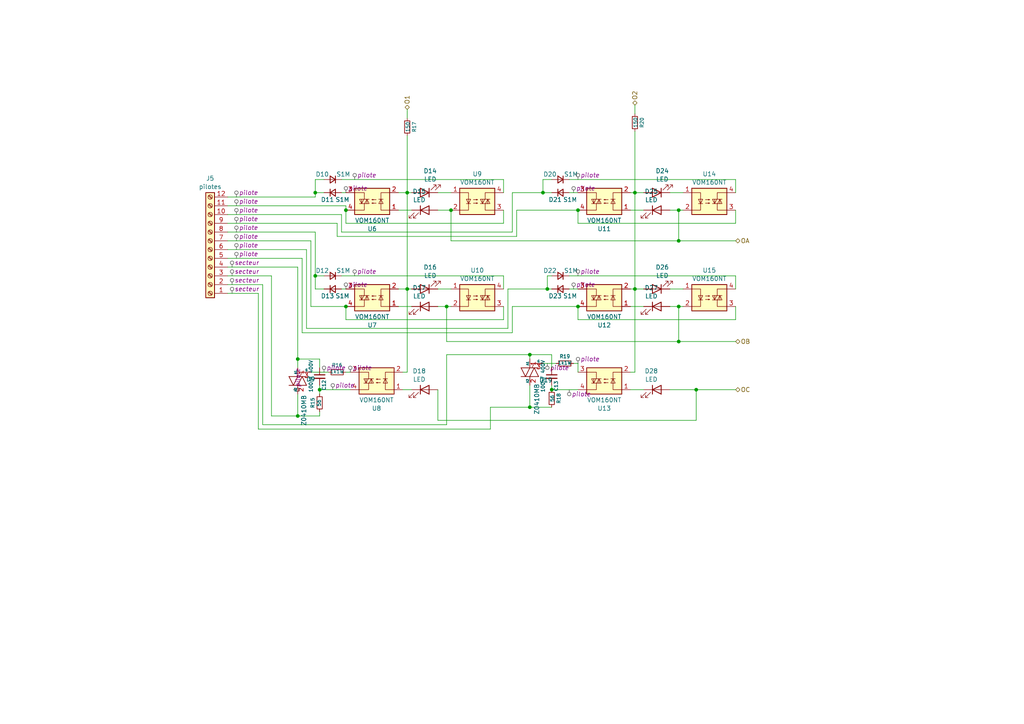
<source format=kicad_sch>
(kicad_sch (version 20231120) (generator "eeschema") (generator_version "8.0")
  (paper "A4")
  (lib_symbols
    (symbol "Connector:Screw_Terminal_01x12" (pin_names (offset 1.016) hide)
      (property "Reference" "J" (at 0 15.24 0))
      (property "Value" "Screw_Terminal_01x12" (at 0 -17.78 0))
      (symbol "Screw_Terminal_01x12_1_1"
        (rectangle (start -1.27 13.97) (end 1.27 -16.51) (stroke (width 0.254)) (fill (type background)))
        (circle (center 0 -15.24) (radius 0.635) (stroke (width 0.1524)))
        (circle (center 0 -12.7) (radius 0.635) (stroke (width 0.1524)))
        (circle (center 0 -10.16) (radius 0.635) (stroke (width 0.1524)))
        (circle (center 0 -7.62) (radius 0.635) (stroke (width 0.1524)))
        (circle (center 0 -5.08) (radius 0.635) (stroke (width 0.1524)))
        (circle (center 0 -2.54) (radius 0.635) (stroke (width 0.1524)))
        (polyline (pts (xy -0.5334 -14.9098) (xy 0.3302 -15.748)) (stroke (width 0.1524)))
        (polyline (pts (xy -0.5334 -12.3698) (xy 0.3302 -13.208)) (stroke (width 0.1524)))
        (polyline (pts (xy -0.5334 -9.8298) (xy 0.3302 -10.668)) (stroke (width 0.1524)))
        (polyline (pts (xy -0.5334 -7.2898) (xy 0.3302 -8.128)) (stroke (width 0.1524)))
        (polyline (pts (xy -0.5334 -4.7498) (xy 0.3302 -5.588)) (stroke (width 0.1524)))
        (polyline (pts (xy -0.5334 -2.2098) (xy 0.3302 -3.048)) (stroke (width 0.1524)))
        (polyline (pts (xy -0.5334 0.3302) (xy 0.3302 -0.508)) (stroke (width 0.1524)))
        (polyline (pts (xy -0.5334 2.8702) (xy 0.3302 2.032)) (stroke (width 0.1524)))
        (polyline (pts (xy -0.5334 5.4102) (xy 0.3302 4.572)) (stroke (width 0.1524)))
        (polyline (pts (xy -0.5334 7.9502) (xy 0.3302 7.112)) (stroke (width 0.1524)))
        (polyline (pts (xy -0.5334 10.4902) (xy 0.3302 9.652)) (stroke (width 0.1524)))
        (polyline (pts (xy -0.5334 13.0302) (xy 0.3302 12.192)) (stroke (width 0.1524)))
        (polyline (pts (xy -0.3556 -14.732) (xy 0.508 -15.5702)) (stroke (width 0.1524)))
        (polyline (pts (xy -0.3556 -12.192) (xy 0.508 -13.0302)) (stroke (width 0.1524)))
        (polyline (pts (xy -0.3556 -9.652) (xy 0.508 -10.4902)) (stroke (width 0.1524)))
        (polyline (pts (xy -0.3556 -7.112) (xy 0.508 -7.9502)) (stroke (width 0.1524)))
        (polyline (pts (xy -0.3556 -4.572) (xy 0.508 -5.4102)) (stroke (width 0.1524)))
        (polyline (pts (xy -0.3556 -2.032) (xy 0.508 -2.8702)) (stroke (width 0.1524)))
        (polyline (pts (xy -0.3556 0.508) (xy 0.508 -0.3302)) (stroke (width 0.1524)))
        (polyline (pts (xy -0.3556 3.048) (xy 0.508 2.2098)) (stroke (width 0.1524)))
        (polyline (pts (xy -0.3556 5.588) (xy 0.508 4.7498)) (stroke (width 0.1524)))
        (polyline (pts (xy -0.3556 8.128) (xy 0.508 7.2898)) (stroke (width 0.1524)))
        (polyline (pts (xy -0.3556 10.668) (xy 0.508 9.8298)) (stroke (width 0.1524)))
        (polyline (pts (xy -0.3556 13.208) (xy 0.508 12.3698)) (stroke (width 0.1524)))
        (circle (center 0 0) (radius 0.635) (stroke (width 0.1524)))
        (circle (center 0 2.54) (radius 0.635) (stroke (width 0.1524)))
        (circle (center 0 5.08) (radius 0.635) (stroke (width 0.1524)))
        (circle (center 0 7.62) (radius 0.635) (stroke (width 0.1524)))
        (circle (center 0 10.16) (radius 0.635) (stroke (width 0.1524)))
        (circle (center 0 12.7) (radius 0.635) (stroke (width 0.1524)))
        (pin passive line (at -5.08 12.7 0) (length 3.81) (name "Pin_1") (number "1"))
        (pin passive line (at -5.08 -10.16 0) (length 3.81) (name "Pin_10") (number "10"))
        (pin passive line (at -5.08 -12.7 0) (length 3.81) (name "Pin_11") (number "11"))
        (pin passive line (at -5.08 -15.24 0) (length 3.81) (name "Pin_12") (number "12"))
        (pin passive line (at -5.08 10.16 0) (length 3.81) (name "Pin_2") (number "2"))
        (pin passive line (at -5.08 7.62 0) (length 3.81) (name "Pin_3") (number "3"))
        (pin passive line (at -5.08 5.08 0) (length 3.81) (name "Pin_4") (number "4"))
        (pin passive line (at -5.08 2.54 0) (length 3.81) (name "Pin_5") (number "5"))
        (pin passive line (at -5.08 0 0) (length 3.81) (name "Pin_6") (number "6"))
        (pin passive line (at -5.08 -2.54 0) (length 3.81) (name "Pin_7") (number "7"))
        (pin passive line (at -5.08 -5.08 0) (length 3.81) (name "Pin_8") (number "8"))
        (pin passive line (at -5.08 -7.62 0) (length 3.81) (name "Pin_9") (number "9"))
      )
    )
    (symbol "Device:C_Small" (pin_numbers hide) (pin_names (offset 0.254) hide)
      (property "Reference" "C" (at 0.254 1.778 0))
      (property "Value" "C_Small" (at 0.254 -2.032 0))
      (symbol "C_Small_0_1"
        (polyline (pts (xy -1.524 -0.508) (xy 1.524 -0.508)) (stroke (width 0.3302)))
        (polyline (pts (xy -1.524 0.508) (xy 1.524 0.508)) (stroke (width 0.3048)))
      )
      (symbol "C_Small_1_1"
        (pin passive line (at 0 2.54 270) (length 2.032) (name "~") (number "1"))
        (pin passive line (at 0 -2.54 90) (length 2.032) (name "~") (number "2"))
      )
    )
    (symbol "Device:D_Small" (pin_numbers hide) (pin_names (offset 0.254) hide)
      (property "Reference" "D" (at -1.27 2.032 0))
      (property "Value" "D_Small" (at -3.81 -2.032 0))
      (symbol "D_Small_0_1"
        (polyline (pts (xy -0.762 -1.016) (xy -0.762 1.016)) (stroke (width 0.254)))
        (polyline (pts (xy -0.762 0) (xy 0.762 0)))
        (polyline (pts (xy 0.762 -1.016) (xy -0.762 0) (xy 0.762 1.016) (xy 0.762 -1.016)) (stroke (width 0.254)))
      )
      (symbol "D_Small_1_1"
        (pin passive line (at -2.54 0 0) (length 1.778) (name "K") (number "1"))
        (pin passive line (at 2.54 0 180) (length 1.778) (name "A") (number "2"))
      )
    )
    (symbol "Device:LED" (pin_numbers hide) (pin_names (offset 1.016) hide)
      (property "Reference" "D" (at 0 2.54 0))
      (property "Value" "LED" (at 0 -2.54 0))
      (symbol "LED_0_1"
        (polyline (pts (xy -1.27 -1.27) (xy -1.27 1.27)) (stroke (width 0.254)))
        (polyline (pts (xy -1.27 0) (xy 1.27 0)))
        (polyline (pts (xy 1.27 -1.27) (xy 1.27 1.27) (xy -1.27 0) (xy 1.27 -1.27)) (stroke (width 0.254)))
        (polyline (pts (xy -3.048 -0.762) (xy -4.572 -2.286) (xy -3.81 -2.286) (xy -4.572 -2.286) (xy -4.572 -1.524)))
        (polyline (pts (xy -1.778 -0.762) (xy -3.302 -2.286) (xy -2.54 -2.286) (xy -3.302 -2.286) (xy -3.302 -1.524)))
      )
      (symbol "LED_1_1"
        (pin passive line (at -3.81 0 0) (length 2.54) (name "K") (number "1"))
        (pin passive line (at 3.81 0 180) (length 2.54) (name "A") (number "2"))
      )
    )
    (symbol "Device:Q_TRIAC_A1A2G" (pin_names (offset 0))
      (property "Reference" "D" (at 3.175 0.635 0))
      (property "Value" "Q_TRIAC_A1A2G" (at 3.175 -1.27 0))
      (symbol "Q_TRIAC_A1A2G_0_1"
        (polyline (pts (xy -2.54 -1.27) (xy 2.54 -1.27)) (stroke (width 0.2032)))
        (polyline (pts (xy -2.54 1.27) (xy 2.54 1.27)) (stroke (width 0.2032)))
        (polyline (pts (xy -1.27 -2.54) (xy -0.635 -1.27)))
        (polyline (pts (xy -2.54 1.27) (xy -1.27 -1.27) (xy 0 1.27)) (stroke (width 0.2032)))
        (polyline (pts (xy 0 -1.27) (xy 1.27 1.27) (xy 2.54 -1.27)) (stroke (width 0.2032)))
      )
      (symbol "Q_TRIAC_A1A2G_1_1"
        (pin passive line (at 0 -3.81 90) (length 2.54) (name "A1") (number "1"))
        (pin passive line (at 0 3.81 270) (length 2.54) (name "A2") (number "2"))
        (pin input line (at -3.81 -2.54 0) (length 2.54) (name "G") (number "3"))
      )
    )
    (symbol "Device:R_Small" (pin_numbers hide) (pin_names (offset 0.254) hide)
      (property "Reference" "R" (at 0.762 0.508 0))
      (property "Value" "R_Small" (at 0.762 -1.016 0))
      (symbol "R_Small_0_1"
        (rectangle (start -0.762 1.778) (end 0.762 -1.778) (stroke (width 0.2032)))
      )
      (symbol "R_Small_1_1"
        (pin passive line (at 0 2.54 270) (length 0.762) (name "~") (number "1"))
        (pin passive line (at 0 -2.54 90) (length 0.762) (name "~") (number "2"))
      )
    )
    (symbol "Relay_SolidState:FODM3011"
      (property "Reference" "U" (at -5.08 5.08 0))
      (property "Value" "FODM3011" (at 0 5.08 0))
      (symbol "FODM3011_0_1"
        (rectangle (start -5.08 3.81) (end 5.08 -3.81) (stroke (width 0.254)) (fill (type background)))
        (polyline (pts (xy -3.175 -0.635) (xy -1.905 -0.635)))
        (polyline (pts (xy 1.524 -0.635) (xy 1.524 0.635)))
        (polyline (pts (xy 3.048 0.635) (xy 3.048 -0.635)))
        (polyline (pts (xy 2.286 -0.635) (xy 2.286 -2.54) (xy 5.08 -2.54)))
        (polyline (pts (xy 2.286 0.635) (xy 2.286 2.54) (xy 5.08 2.54)))
        (polyline (pts (xy -5.08 2.54) (xy -2.54 2.54) (xy -2.54 -2.54) (xy -5.08 -2.54)))
        (polyline (pts (xy -2.54 -0.635) (xy -3.175 0.635) (xy -1.905 0.635) (xy -2.54 -0.635)))
        (polyline (pts (xy 0.889 -0.635) (xy 3.683 -0.635) (xy 3.048 0.635) (xy 2.413 -0.635)))
        (polyline (pts (xy 3.683 0.635) (xy 0.889 0.635) (xy 1.524 -0.635) (xy 2.159 0.635)))
        (polyline (pts (xy -1.143 -0.508) (xy 0.127 -0.508) (xy -0.254 -0.635) (xy -0.254 -0.381) (xy 0.127 -0.508)))
        (polyline (pts (xy -1.143 0.508) (xy 0.127 0.508) (xy -0.254 0.381) (xy -0.254 0.635) (xy 0.127 0.508)))
      )
      (symbol "FODM3011_1_1"
        (pin passive line (at -7.62 2.54 0) (length 2.54) (name "~") (number "1"))
        (pin passive line (at -7.62 -2.54 0) (length 2.54) (name "~") (number "2"))
        (pin passive line (at 7.62 -2.54 180) (length 2.54) (name "~") (number "3"))
        (pin passive line (at 7.62 2.54 180) (length 2.54) (name "~") (number "4"))
      )
    )
  )
  (junction (at 167.64 60.96))
  (junction (at 100.33 60.96))
  (junction (at 196.85 60.96))
  (junction (at 158.75 83.82))
  (junction (at 86.36 120.65))
  (junction (at 196.85 69.85))
  (junction (at 196.85 88.9))
  (junction (at 184.15 55.88))
  (junction (at 92.71 113.03))
  (junction (at 196.85 99.06))
  (junction (at 160.02 113.03))
  (junction (at 118.11 55.88))
  (junction (at 153.67 102.87))
  (junction (at 157.48 55.88))
  (junction (at 86.36 104.14))
  (junction (at 201.93 113.03))
  (junction (at 118.11 83.82))
  (junction (at 130.81 60.96))
  (junction (at 100.33 88.9))
  (junction (at 91.44 80.01))
  (junction (at 167.64 88.9))
  (junction (at 129.54 88.9))
  (junction (at 153.67 118.11))
  (junction (at 91.44 55.88))
  (junction (at 184.15 83.82))
  (wire (pts (xy 127 55.88) (xy 130.81 55.88)))
  (wire (pts (xy 86.36 77.47) (xy 86.36 104.14)))
  (wire (pts (xy 160.02 111.76) (xy 160.02 113.03)))
  (wire (pts (xy 167.64 107.95) (xy 167.64 105.41)))
  (wire (pts (xy 129.54 88.9) (xy 130.81 88.9)))
  (wire (pts (xy 160.02 52.07) (xy 157.48 52.07)))
  (wire (pts (xy 148.59 88.9) (xy 167.64 88.9)))
  (wire (pts (xy 100.33 92.71) (xy 100.33 88.9)))
  (wire (pts (xy 184.15 107.95) (xy 182.88 107.95)))
  (wire (pts (xy 91.44 52.07) (xy 93.98 52.07)))
  (wire (pts (xy 165.1 80.01) (xy 213.36 80.01)))
  (wire (pts (xy 165.1 55.88) (xy 167.64 55.88)))
  (wire (pts (xy 90.17 88.9) (xy 100.33 88.9)))
  (wire (pts (xy 194.31 55.88) (xy 198.12 55.88)))
  (wire (pts (xy 182.88 60.96) (xy 186.69 60.96)))
  (wire (pts (xy 213.36 64.77) (xy 167.64 64.77)))
  (wire (pts (xy 66.04 64.77) (xy 97.79 64.77)))
  (wire (pts (xy 146.05 55.88) (xy 146.05 52.07)))
  (wire (pts (xy 201.93 113.03) (xy 213.36 113.03)))
  (wire (pts (xy 74.93 85.09) (xy 74.93 124.46)))
  (wire (pts (xy 158.75 83.82) (xy 160.02 83.82)))
  (wire (pts (xy 165.1 52.07) (xy 213.36 52.07)))
  (wire (pts (xy 118.11 107.95) (xy 116.84 107.95)))
  (wire (pts (xy 76.2 82.55) (xy 66.04 82.55)))
  (wire (pts (xy 165.1 83.82) (xy 167.64 83.82)))
  (wire (pts (xy 194.31 88.9) (xy 196.85 88.9)))
  (wire (pts (xy 184.15 38.1) (xy 184.15 55.88)))
  (wire (pts (xy 91.44 80.01) (xy 91.44 83.82)))
  (wire (pts (xy 201.93 121.92) (xy 201.93 113.03)))
  (wire (pts (xy 76.2 123.19) (xy 76.2 82.55)))
  (wire (pts (xy 153.67 104.14) (xy 153.67 102.87)))
  (wire (pts (xy 118.11 31.75) (xy 118.11 34.29)))
  (wire (pts (xy 184.15 55.88) (xy 184.15 83.82)))
  (wire (pts (xy 167.64 64.77) (xy 167.64 60.96)))
  (wire (pts (xy 148.59 67.31) (xy 99.06 67.31)))
  (wire (pts (xy 160.02 118.11) (xy 153.67 118.11)))
  (wire (pts (xy 213.36 69.85) (xy 196.85 69.85)))
  (wire (pts (xy 66.04 59.69) (xy 100.33 59.69)))
  (wire (pts (xy 182.88 55.88) (xy 184.15 55.88)))
  (wire (pts (xy 146.05 80.01) (xy 99.06 80.01)))
  (wire (pts (xy 66.04 72.39) (xy 88.9 72.39)))
  (wire (pts (xy 213.36 80.01) (xy 213.36 83.82)))
  (wire (pts (xy 91.44 55.88) (xy 91.44 57.15)))
  (wire (pts (xy 184.15 83.82) (xy 186.69 83.82)))
  (wire (pts (xy 100.33 59.69) (xy 100.33 60.96)))
  (wire (pts (xy 91.44 80.01) (xy 93.98 80.01)))
  (wire (pts (xy 66.04 85.09) (xy 74.93 85.09)))
  (wire (pts (xy 194.31 60.96) (xy 196.85 60.96)))
  (wire (pts (xy 90.17 107.95) (xy 95.25 107.95)))
  (wire (pts (xy 86.36 120.65) (xy 92.71 120.65)))
  (wire (pts (xy 160.02 55.88) (xy 157.48 55.88)))
  (wire (pts (xy 160.02 113.03) (xy 167.64 113.03)))
  (wire (pts (xy 157.48 52.07) (xy 157.48 55.88)))
  (wire (pts (xy 118.11 83.82) (xy 118.11 107.95)))
  (wire (pts (xy 213.36 60.96) (xy 213.36 64.77)))
  (wire (pts (xy 91.44 52.07) (xy 91.44 55.88)))
  (wire (pts (xy 147.32 83.82) (xy 158.75 83.82)))
  (wire (pts (xy 146.05 88.9) (xy 146.05 92.71)))
  (wire (pts (xy 86.36 104.14) (xy 86.36 106.68)))
  (wire (pts (xy 92.71 111.76) (xy 92.71 113.03)))
  (wire (pts (xy 130.81 60.96) (xy 130.81 69.85)))
  (wire (pts (xy 157.48 105.41) (xy 161.29 105.41)))
  (wire (pts (xy 213.36 55.88) (xy 213.36 52.07)))
  (wire (pts (xy 166.37 105.41) (xy 167.64 105.41)))
  (wire (pts (xy 182.88 113.03) (xy 186.69 113.03)))
  (wire (pts (xy 184.15 30.48) (xy 184.15 33.02)))
  (wire (pts (xy 127 113.03) (xy 127 121.92)))
  (wire (pts (xy 196.85 99.06) (xy 129.54 99.06)))
  (wire (pts (xy 148.59 55.88) (xy 148.59 67.31)))
  (wire (pts (xy 142.24 118.11) (xy 153.67 118.11)))
  (wire (pts (xy 196.85 60.96) (xy 198.12 60.96)))
  (wire (pts (xy 66.04 69.85) (xy 90.17 69.85)))
  (wire (pts (xy 118.11 55.88) (xy 119.38 55.88)))
  (wire (pts (xy 66.04 74.93) (xy 87.63 74.93)))
  (wire (pts (xy 86.36 114.3) (xy 86.36 120.65)))
  (wire (pts (xy 146.05 92.71) (xy 100.33 92.71)))
  (wire (pts (xy 184.15 55.88) (xy 186.69 55.88)))
  (wire (pts (xy 194.31 113.03) (xy 201.93 113.03)))
  (wire (pts (xy 92.71 106.68) (xy 92.71 104.14)))
  (wire (pts (xy 196.85 60.96) (xy 196.85 69.85)))
  (wire (pts (xy 196.85 88.9) (xy 198.12 88.9)))
  (wire (pts (xy 130.81 69.85) (xy 196.85 69.85)))
  (wire (pts (xy 100.33 60.96) (xy 100.33 64.77)))
  (wire (pts (xy 213.36 92.71) (xy 167.64 92.71)))
  (wire (pts (xy 92.71 113.03) (xy 92.71 114.3)))
  (wire (pts (xy 182.88 83.82) (xy 184.15 83.82)))
  (wire (pts (xy 167.64 92.71) (xy 167.64 88.9)))
  (wire (pts (xy 115.57 55.88) (xy 118.11 55.88)))
  (wire (pts (xy 127 88.9) (xy 129.54 88.9)))
  (wire (pts (xy 78.74 80.01) (xy 78.74 120.65)))
  (wire (pts (xy 148.59 88.9) (xy 148.59 96.52)))
  (wire (pts (xy 160.02 102.87) (xy 153.67 102.87)))
  (wire (pts (xy 74.93 124.46) (xy 142.24 124.46)))
  (wire (pts (xy 66.04 80.01) (xy 78.74 80.01)))
  (wire (pts (xy 129.54 102.87) (xy 129.54 123.19)))
  (wire (pts (xy 78.74 120.65) (xy 86.36 120.65)))
  (wire (pts (xy 142.24 124.46) (xy 142.24 118.11)))
  (wire (pts (xy 127 121.92) (xy 201.93 121.92)))
  (wire (pts (xy 86.36 77.47) (xy 66.04 77.47)))
  (wire (pts (xy 87.63 74.93) (xy 87.63 96.52)))
  (wire (pts (xy 91.44 67.31) (xy 91.44 80.01)))
  (wire (pts (xy 129.54 123.19) (xy 76.2 123.19)))
  (wire (pts (xy 146.05 52.07) (xy 99.06 52.07)))
  (wire (pts (xy 118.11 83.82) (xy 119.38 83.82)))
  (wire (pts (xy 148.59 96.52) (xy 87.63 96.52)))
  (wire (pts (xy 149.86 60.96) (xy 149.86 68.58)))
  (wire (pts (xy 129.54 102.87) (xy 153.67 102.87)))
  (wire (pts (xy 66.04 57.15) (xy 91.44 57.15)))
  (wire (pts (xy 86.36 104.14) (xy 92.71 104.14)))
  (wire (pts (xy 149.86 60.96) (xy 167.64 60.96)))
  (wire (pts (xy 99.06 55.88) (xy 100.33 55.88)))
  (wire (pts (xy 146.05 64.77) (xy 146.05 60.96)))
  (wire (pts (xy 158.75 80.01) (xy 158.75 83.82)))
  (wire (pts (xy 213.36 88.9) (xy 213.36 92.71)))
  (wire (pts (xy 182.88 88.9) (xy 186.69 88.9)))
  (wire (pts (xy 184.15 83.82) (xy 184.15 107.95)))
  (wire (pts (xy 196.85 99.06) (xy 196.85 88.9)))
  (wire (pts (xy 99.06 83.82) (xy 100.33 83.82)))
  (wire (pts (xy 92.71 119.38) (xy 92.71 120.65)))
  (wire (pts (xy 147.32 95.25) (xy 88.9 95.25)))
  (wire (pts (xy 118.11 55.88) (xy 118.11 83.82)))
  (wire (pts (xy 100.33 107.95) (xy 101.6 107.95)))
  (wire (pts (xy 99.06 67.31) (xy 99.06 62.23)))
  (wire (pts (xy 146.05 80.01) (xy 146.05 83.82)))
  (wire (pts (xy 66.04 62.23) (xy 99.06 62.23)))
  (wire (pts (xy 213.36 99.06) (xy 196.85 99.06)))
  (wire (pts (xy 129.54 99.06) (xy 129.54 88.9)))
  (wire (pts (xy 118.11 39.37) (xy 118.11 55.88)))
  (wire (pts (xy 90.17 69.85) (xy 90.17 88.9)))
  (wire (pts (xy 127 60.96) (xy 130.81 60.96)))
  (wire (pts (xy 91.44 55.88) (xy 93.98 55.88)))
  (wire (pts (xy 116.84 113.03) (xy 119.38 113.03)))
  (wire (pts (xy 100.33 64.77) (xy 146.05 64.77)))
  (wire (pts (xy 194.31 83.82) (xy 198.12 83.82)))
  (wire (pts (xy 115.57 83.82) (xy 118.11 83.82)))
  (wire (pts (xy 92.71 113.03) (xy 101.6 113.03)))
  (wire (pts (xy 115.57 60.96) (xy 119.38 60.96)))
  (wire (pts (xy 160.02 106.68) (xy 160.02 102.87)))
  (wire (pts (xy 147.32 83.82) (xy 147.32 95.25)))
  (wire (pts (xy 160.02 80.01) (xy 158.75 80.01)))
  (wire (pts (xy 127 83.82) (xy 130.81 83.82)))
  (wire (pts (xy 115.57 88.9) (xy 119.38 88.9)))
  (wire (pts (xy 91.44 83.82) (xy 93.98 83.82)))
  (wire (pts (xy 88.9 72.39) (xy 88.9 95.25)))
  (wire (pts (xy 149.86 68.58) (xy 97.79 68.58)))
  (wire (pts (xy 97.79 64.77) (xy 97.79 68.58)))
  (wire (pts (xy 157.48 55.88) (xy 148.59 55.88)))
  (wire (pts (xy 153.67 111.76) (xy 153.67 118.11)))
  (wire (pts (xy 66.04 67.31) (xy 91.44 67.31)))
  (hierarchical_label "OA" (shape tri_state) (at 213.36 69.85 0))
  (hierarchical_label "OB" (shape tri_state) (at 213.36 99.06 0))
  (hierarchical_label "O2" (shape tri_state) (at 184.15 30.48 90))
  (hierarchical_label "O1" (shape tri_state) (at 118.11 31.75 90))
  (hierarchical_label "OC" (shape tri_state) (at 213.36 113.03 0))
  (netclass_flag "" (length 1.27) (shape round) (at 67.31 80.01 0) (property "Netclass" "secteur" (at 68.0085 78.74 0) (effects (font (italic yes)) (justify left))))
  (netclass_flag "" (length 1.27) (shape round) (at 67.31 85.09 0) (property "Netclass" "secteur" (at 68.0085 83.82 0) (effects (font (italic yes)) (justify left))))
  (netclass_flag "" (length 1.27) (shape round) (at 100.33 83.82 0) (property "Netclass" "pilote" (at 101.0285 82.55 0) (effects (font (italic yes)) (justify left))))
  (netclass_flag "" (length 1.27) (shape round) (at 167.64 105.41 0) (property "Netclass" "pilote" (at 168.3385 104.14 0) (effects (font (italic yes)) (justify left))))
  (netclass_flag "" (length 1.27) (shape round) (at 68.58 64.77 0) (property "Netclass" "pilote" (at 69.2785 63.5 0) (effects (font (italic yes)) (justify left))))
  (netclass_flag "" (length 1.27) (shape round) (at 68.58 57.15 0) (property "Netclass" "pilote" (at 69.2785 55.88 0) (effects (font (italic yes)) (justify left))))
  (netclass_flag "" (length 1.27) (shape round) (at 101.6 107.95 0) (property "Netclass" "pilote" (at 102.2985 106.68 0) (effects (font (italic yes)) (justify left))))
  (netclass_flag "" (length 1.27) (shape round) (at 102.87 52.07 0) (property "Netclass" "pilote" (at 103.5685 50.8 0) (effects (font (italic yes)) (justify left))))
  (netclass_flag "" (length 1.27) (shape round) (at 68.58 59.69 0) (property "Netclass" "pilote" (at 69.2785 58.42 0) (effects (font (italic yes)) (justify left))))
  (netclass_flag "" (length 1.27) (shape round) (at 96.52 113.03 0) (property "Netclass" "pilote" (at 97.2185 111.76 0) (effects (font (italic yes)) (justify left))))
  (netclass_flag "" (length 1.27) (shape round) (at 67.31 77.47 0) (property "Netclass" "secteur" (at 68.0085 76.2 0) (effects (font (italic yes)) (justify left))))
  (netclass_flag "" (length 1.27) (shape round) (at 68.58 62.23 0) (property "Netclass" "pilote" (at 69.2785 60.96 0) (effects (font (italic yes)) (justify left))))
  (netclass_flag "" (length 1.27) (shape round) (at 102.87 80.01 0) (property "Netclass" "pilote" (at 103.5685 78.74 0) (effects (font (italic yes)) (justify left))))
  (netclass_flag "" (length 1.27) (shape round) (at 167.64 52.07 0) (property "Netclass" "pilote" (at 168.3385 50.8 0) (effects (font (italic yes)) (justify left))))
  (netclass_flag "" (length 1.27) (shape round) (at 166.37 55.88 0) (property "Netclass" "pilote" (at 167.0685 54.61 0) (effects (font (italic yes)) (justify left))))
  (netclass_flag "" (length 1.27) (shape round) (at 165.1 113.03 180) (property "Netclass" "pilote" (at 165.7985 114.3 0) (effects (font (italic yes)) (justify left))))
  (netclass_flag "" (length 1.27) (shape round) (at 100.33 55.88 0) (property "Netclass" "pilote" (at 101.0285 54.61 0) (effects (font (italic yes)) (justify left))))
  (netclass_flag "" (length 1.27) (shape round) (at 68.58 67.31 0) (property "Netclass" "pilote" (at 69.2785 66.04 0) (effects (font (italic yes)) (justify left))))
  (netclass_flag "" (length 1.27) (shape round) (at 68.58 72.39 0) (property "Netclass" "pilote" (at 69.2785 71.12 0) (effects (font (italic yes)) (justify left))))
  (netclass_flag "" (length 1.27) (shape round) (at 68.58 74.93 0) (property "Netclass" "pilote" (at 69.2785 73.66 0) (effects (font (italic yes)) (justify left))))
  (netclass_flag "" (length 1.27) (shape round) (at 67.31 82.55 0) (property "Netclass" "secteur" (at 68.0085 81.28 0) (effects (font (italic yes)) (justify left))))
  (netclass_flag "" (length 1.27) (shape round) (at 93.98 107.95 0) (property "Netclass" "pilote" (at 94.6785 106.68 0) (effects (font (italic yes)) (justify left))))
  (netclass_flag "" (length 1.27) (shape round) (at 158.75 105.41 180) (property "Netclass" "pilote" (at 159.4485 106.68 0) (effects (font (italic yes)) (justify left))))
  (netclass_flag "" (length 1.27) (shape round) (at 166.37 83.82 0) (property "Netclass" "pilote" (at 167.0685 82.55 0) (effects (font (italic yes)) (justify left))))
  (netclass_flag "" (length 1.27) (shape round) (at 68.58 69.85 0) (property "Netclass" "pilote" (at 69.2785 68.58 0) (effects (font (italic yes)) (justify left))))
  (netclass_flag "" (length 1.27) (shape round) (at 167.64 80.01 0) (property "Netclass" "pilote" (at 168.3385 78.74 0) (effects (font (italic yes)) (justify left))))
  (netclass_flag "" (length 1.27) (shape round) (at 85.09 113.03 270) (property "Netclass" "pilote" (at 86.36 112.3315 90) (effects (font (italic yes)) (justify left))))
  (symbol (lib_id "Device:C_Small") (at 160.02 109.22 0) (unit 1)
    (property "Reference" "C13" (at 161.29 113.538 90) (effects (font (size 1.016 1.016)) (justify left)))
    (property "Value" "100nF 400V" (at 157.48 113.792 90) (effects (font (size 1.016 1.016)) (justify left)))
    (property "Footprint" "Capacitor_SMD:C_1812_4532Metric" (effects (hide yes)))
    (property "Description" "Unpolarized capacitor, small symbol" (effects (hide yes)))
    (property "P/N" "C1808X104KBRAC" (effects (hide yes)))
  )
  (symbol (lib_id "Device:LED") (at 123.19 55.88 180) (unit 1)
    (property "Reference" "D14" (at 124.7775 49.5765 0))
    (property "Value" "LED" (at 124.7775 52.0008 0))
    (property "Footprint" "LED_SMD:LED_0603_1608Metric_Pad1.05x0.95mm_HandSolder" (effects (hide yes)))
    (property "Description" "Light emitting diode" (effects (hide yes)))
    (property "P/N" "APT1608EC" (effects (hide yes)))
  )
  (symbol (lib_id "Device:LED") (at 190.5 83.82 180) (unit 1)
    (property "Reference" "D26" (at 192.0875 77.5165 0))
    (property "Value" "LED" (at 192.0875 79.9408 0))
    (property "Footprint" "LED_SMD:LED_0603_1608Metric_Pad1.05x0.95mm_HandSolder" (effects (hide yes)))
    (property "Description" "Light emitting diode" (effects (hide yes)))
    (property "P/N" "APT1608EC" (effects (hide yes)))
  )
  (symbol (lib_id "Relay_SolidState:FODM3011") (at 107.95 58.42 180) (unit 1)
    (property "Reference" "U6" (at 107.95 66.3745 0))
    (property "Value" "VOM160NT" (at 107.95 63.9502 0))
    (property "Footprint" "bouyer-smd.mod:VOM160" (effects (hide yes)))
    (property "Datasheet" "https://www.onsemi.com/pub/Collateral/FODM3053_NF098-D.PDF" (effects (hide yes)))
    (property "Description" "Full Pitch Mini-Flat Random Phase Opto-Triac, Vdrm 250V, Ift 10mA, MFP 4L" (effects (hide yes)))
    (property "P/N" "VOM160NT" (effects (hide yes)))
  )
  (symbol (lib_id "Connector:Screw_Terminal_01x12") (at 60.96 72.39 180) (unit 1)
    (property "Reference" "J5" (at 60.96 51.7355 0))
    (property "Value" "pilotes" (at 60.96 54.1598 0))
    (property "Footprint" "Connector_Phoenix_MC:PhoenixContact_MCV_1,5_12-G-3.5_1x12_P3.50mm_Vertical" (effects (hide yes)))
    (property "Description" "Generic screw terminal, single row, 01x12, script generated (kicad-library-utils/schlib/autogen/connector/)" (effects (hide yes)))
    (property "P/N" "YO0201500000G x6" (effects (hide yes)))
  )
  (symbol (lib_id "Relay_SolidState:FODM3011") (at 175.26 86.36 180) (unit 1)
    (property "Reference" "U12" (at 175.26 94.3145 0))
    (property "Value" "VOM160NT" (at 175.26 91.8902 0))
    (property "Footprint" "bouyer-smd.mod:VOM160" (effects (hide yes)))
    (property "Datasheet" "https://www.onsemi.com/pub/Collateral/FODM3053_NF098-D.PDF" (effects (hide yes)))
    (property "Description" "Full Pitch Mini-Flat Random Phase Opto-Triac, Vdrm 250V, Ift 10mA, MFP 4L" (effects (hide yes)))
    (property "P/N" "VOM160NT" (effects (hide yes)))
  )
  (symbol (lib_id "Relay_SolidState:FODM3011") (at 138.43 58.42 0) (unit 1)
    (property "Reference" "U9" (at 138.43 50.4655 0))
    (property "Value" "VOM160NT" (at 138.43 52.8898 0))
    (property "Footprint" "bouyer-smd.mod:VOM160" (effects (hide yes)))
    (property "Datasheet" "https://www.onsemi.com/pub/Collateral/FODM3053_NF098-D.PDF" (effects (hide yes)))
    (property "Description" "Full Pitch Mini-Flat Random Phase Opto-Triac, Vdrm 250V, Ift 10mA, MFP 4L" (effects (hide yes)))
    (property "P/N" "VOM160NT" (effects (hide yes)))
  )
  (symbol (lib_id "Device:D_Small") (at 162.56 83.82 0) (unit 1)
    (property "Reference" "D23" (at 161.036 85.852 0))
    (property "Value" "S1M" (at 165.354 85.852 0))
    (property "Footprint" "Diode_SMD:D_SMA" (effects (hide yes)))
    (property "Description" "Diode, small symbol" (effects (hide yes)))
    (property "Sim.Device" "D" (effects (hide yes)))
    (property "Sim.Pins" "1=K 2=A" (effects (hide yes)))
    (property "P/N" "S1M-E3/5AT" (effects (hide yes)))
  )
  (symbol (lib_id "Device:LED") (at 190.5 88.9 0) (unit 1)
    (property "Reference" "D27" (at 188.9125 83.4855 0))
    (property "Value" "LED" (at 188.9125 85.9098 0))
    (property "Footprint" "LED_SMD:LED_0603_1608Metric_Pad1.05x0.95mm_HandSolder" (effects (hide yes)))
    (property "Description" "Light emitting diode" (effects (hide yes)))
    (property "P/N" "APT1608EC" (effects (hide yes)))
  )
  (symbol (lib_id "Device:Q_TRIAC_A1A2G") (at 153.67 107.95 180) (unit 1)
    (property "Reference" "D19" (at 160.274 110.236 0) (effects (justify left)))
    (property "Value" "Z0410MB" (at 155.702 111.252 90) (effects (justify left)))
    (property "Footprint" "Package_TO_SOT_SMD:TO-252-2" (effects (hide yes)))
    (property "Description" "Triode for alternating current, anode1/anode2/gate" (effects (hide yes)))
    (property "P/N" "Z0410MB" (effects (hide yes)))
  )
  (symbol (lib_id "Relay_SolidState:FODM3011") (at 109.22 110.49 180) (unit 1)
    (property "Reference" "U8" (at 109.22 118.4445 0))
    (property "Value" "VOM160NT" (at 109.22 116.0202 0))
    (property "Footprint" "bouyer-smd.mod:VOM160" (effects (hide yes)))
    (property "Datasheet" "https://www.onsemi.com/pub/Collateral/FODM3053_NF098-D.PDF" (effects (hide yes)))
    (property "Description" "Full Pitch Mini-Flat Random Phase Opto-Triac, Vdrm 250V, Ift 10mA, MFP 4L" (effects (hide yes)))
    (property "P/N" "VOM160NT" (effects (hide yes)))
  )
  (symbol (lib_id "Device:R_Small") (at 97.79 107.95 90) (unit 1)
    (property "Reference" "R16" (at 97.79 105.918 90) (effects (font (size 1.016 1.016))))
    (property "Value" "1k1W" (at 97.7646 107.7722 90) (effects (font (size 1.016 1.016))))
    (property "Footprint" "Resistor_SMD:R_2512_6332Metric_Pad1.40x3.35mm_HandSolder" (effects (hide yes)))
    (property "Description" "Resistor, small symbol" (effects (hide yes)))
    (property "P/N" "CRCW25121K00FKEG" (effects (hide yes)))
  )
  (symbol (lib_id "Device:D_Small") (at 162.56 52.07 180) (unit 1)
    (property "Reference" "D20" (at 159.512 50.546 0))
    (property "Value" "S1M" (at 165.608 50.546 0))
    (property "Footprint" "Diode_SMD:D_SMA" (effects (hide yes)))
    (property "Description" "Diode, small symbol" (effects (hide yes)))
    (property "Sim.Device" "D" (effects (hide yes)))
    (property "Sim.Pins" "1=K 2=A" (effects (hide yes)))
    (property "P/N" "S1M-E3/5AT" (effects (hide yes)))
  )
  (symbol (lib_id "Relay_SolidState:FODM3011") (at 205.74 86.36 0) (unit 1)
    (property "Reference" "U15" (at 205.74 78.4055 0))
    (property "Value" "VOM160NT" (at 205.74 80.8298 0))
    (property "Footprint" "bouyer-smd.mod:VOM160" (effects (hide yes)))
    (property "Datasheet" "https://www.onsemi.com/pub/Collateral/FODM3053_NF098-D.PDF" (effects (hide yes)))
    (property "Description" "Full Pitch Mini-Flat Random Phase Opto-Triac, Vdrm 250V, Ift 10mA, MFP 4L" (effects (hide yes)))
    (property "P/N" "VOM160NT" (effects (hide yes)))
  )
  (symbol (lib_id "Device:LED") (at 123.19 60.96 0) (unit 1)
    (property "Reference" "D15" (at 121.6025 55.5455 0))
    (property "Value" "LED" (at 121.6025 57.9698 0))
    (property "Footprint" "LED_SMD:LED_0603_1608Metric_Pad1.05x0.95mm_HandSolder" (effects (hide yes)))
    (property "Description" "Light emitting diode" (effects (hide yes)))
    (property "P/N" "APT1608EC" (effects (hide yes)))
  )
  (symbol (lib_id "Relay_SolidState:FODM3011") (at 138.43 86.36 0) (unit 1)
    (property "Reference" "U10" (at 138.43 78.4055 0))
    (property "Value" "VOM160NT" (at 138.43 80.8298 0))
    (property "Footprint" "bouyer-smd.mod:VOM160" (effects (hide yes)))
    (property "Datasheet" "https://www.onsemi.com/pub/Collateral/FODM3053_NF098-D.PDF" (effects (hide yes)))
    (property "Description" "Full Pitch Mini-Flat Random Phase Opto-Triac, Vdrm 250V, Ift 10mA, MFP 4L" (effects (hide yes)))
    (property "P/N" "VOM160NT" (effects (hide yes)))
  )
  (symbol (lib_id "Device:R_Small") (at 184.15 35.56 0) (unit 1)
    (property "Reference" "R20" (at 186.182 35.56 90) (effects (font (size 1.016 1.016))))
    (property "Value" "150" (at 184.3278 35.5346 90) (effects (font (size 1.016 1.016))))
    (property "Footprint" "Resistor_SMD:R_0805_2012Metric_Pad1.20x1.40mm_HandSolder" (effects (hide yes)))
    (property "Description" "Resistor, small symbol" (effects (hide yes)))
    (property "P/N" "MCWF08P1500FTL" (effects (hide yes)))
  )
  (symbol (lib_id "Relay_SolidState:FODM3011") (at 205.74 58.42 0) (unit 1)
    (property "Reference" "U14" (at 205.74 50.4655 0))
    (property "Value" "VOM160NT" (at 205.74 52.8898 0))
    (property "Footprint" "bouyer-smd.mod:VOM160" (effects (hide yes)))
    (property "Datasheet" "https://www.onsemi.com/pub/Collateral/FODM3053_NF098-D.PDF" (effects (hide yes)))
    (property "Description" "Full Pitch Mini-Flat Random Phase Opto-Triac, Vdrm 250V, Ift 10mA, MFP 4L" (effects (hide yes)))
    (property "P/N" "VOM160NT" (effects (hide yes)))
  )
  (symbol (lib_id "Device:D_Small") (at 96.52 52.07 180) (unit 1)
    (property "Reference" "D10" (at 93.472 50.546 0))
    (property "Value" "S1M" (at 99.568 50.546 0))
    (property "Footprint" "Diode_SMD:D_SMA" (effects (hide yes)))
    (property "Description" "Diode, small symbol" (effects (hide yes)))
    (property "Sim.Device" "D" (effects (hide yes)))
    (property "Sim.Pins" "1=K 2=A" (effects (hide yes)))
    (property "P/N" "S1M-E3/5AT" (effects (hide yes)))
  )
  (symbol (lib_id "Device:D_Small") (at 96.52 83.82 0) (unit 1)
    (property "Reference" "D13" (at 94.996 85.852 0))
    (property "Value" "S1M" (at 99.314 85.852 0))
    (property "Footprint" "Diode_SMD:D_SMA" (effects (hide yes)))
    (property "Description" "Diode, small symbol" (effects (hide yes)))
    (property "Sim.Device" "D" (effects (hide yes)))
    (property "Sim.Pins" "1=K 2=A" (effects (hide yes)))
    (property "P/N" "S1M-E3/5AT" (effects (hide yes)))
  )
  (symbol (lib_id "Device:LED") (at 123.19 83.82 180) (unit 1)
    (property "Reference" "D16" (at 124.7775 77.5165 0))
    (property "Value" "LED" (at 124.7775 79.9408 0))
    (property "Footprint" "LED_SMD:LED_0603_1608Metric_Pad1.05x0.95mm_HandSolder" (effects (hide yes)))
    (property "Description" "Light emitting diode" (effects (hide yes)))
    (property "P/N" "APT1608EC" (effects (hide yes)))
  )
  (symbol (lib_id "Device:D_Small") (at 96.52 55.88 0) (unit 1)
    (property "Reference" "D11" (at 94.996 57.912 0))
    (property "Value" "S1M" (at 99.314 57.912 0))
    (property "Footprint" "Diode_SMD:D_SMA" (effects (hide yes)))
    (property "Description" "Diode, small symbol" (effects (hide yes)))
    (property "Sim.Device" "D" (effects (hide yes)))
    (property "Sim.Pins" "1=K 2=A" (effects (hide yes)))
    (property "P/N" "S1M-E3/5AT" (effects (hide yes)))
  )
  (symbol (lib_id "Device:R_Small") (at 118.11 36.83 0) (unit 1)
    (property "Reference" "R17" (at 120.142 36.83 90) (effects (font (size 1.016 1.016))))
    (property "Value" "150" (at 118.2878 36.8046 90) (effects (font (size 1.016 1.016))))
    (property "Footprint" "Resistor_SMD:R_0805_2012Metric_Pad1.20x1.40mm_HandSolder" (effects (hide yes)))
    (property "Description" "Resistor, small symbol" (effects (hide yes)))
    (property "P/N" "MCWF08P1500FTL" (effects (hide yes)))
  )
  (symbol (lib_id "Device:Q_TRIAC_A1A2G") (at 86.36 110.49 180) (unit 1)
    (property "Reference" "D9" (at 91.44 109.982 0) (effects (justify left)))
    (property "Value" "Z0410MB" (at 88.138 114.554 90) (effects (justify left)))
    (property "Footprint" "Package_TO_SOT_SMD:TO-252-2" (effects (hide yes)))
    (property "Description" "Triode for alternating current, anode1/anode2/gate" (effects (hide yes)))
    (property "P/N" "Z0410MB" (effects (hide yes)))
  )
  (symbol (lib_id "Device:R_Small") (at 163.83 105.41 90) (unit 1)
    (property "Reference" "R19" (at 163.83 103.378 90) (effects (font (size 1.016 1.016))))
    (property "Value" "1k1W" (at 163.8046 105.2322 90) (effects (font (size 1.016 1.016))))
    (property "Footprint" "Resistor_SMD:R_2512_6332Metric_Pad1.40x3.35mm_HandSolder" (effects (hide yes)))
    (property "Description" "Resistor, small symbol" (effects (hide yes)))
    (property "P/N" "CRCW25121K00FKEG" (effects (hide yes)))
  )
  (symbol (lib_id "Device:C_Small") (at 92.71 109.22 0) (unit 1)
    (property "Reference" "C12" (at 93.98 113.284 90) (effects (font (size 1.016 1.016)) (justify left)))
    (property "Value" "100nF 400V" (at 90.17 113.792 90) (effects (font (size 1.016 1.016)) (justify left)))
    (property "Footprint" "Capacitor_SMD:C_1812_4532Metric" (effects (hide yes)))
    (property "Description" "Unpolarized capacitor, small symbol" (effects (hide yes)))
    (property "P/N" "C1808X104KBRAC" (effects (hide yes)))
  )
  (symbol (lib_id "Device:D_Small") (at 96.52 80.01 180) (unit 1)
    (property "Reference" "D12" (at 93.472 78.486 0))
    (property "Value" "S1M" (at 99.568 78.486 0))
    (property "Footprint" "Diode_SMD:D_SMA" (effects (hide yes)))
    (property "Description" "Diode, small symbol" (effects (hide yes)))
    (property "Sim.Device" "D" (effects (hide yes)))
    (property "Sim.Pins" "1=K 2=A" (effects (hide yes)))
    (property "P/N" "S1M-E3/5AT" (effects (hide yes)))
  )
  (symbol (lib_id "Device:LED") (at 123.19 88.9 0) (unit 1)
    (property "Reference" "D17" (at 121.6025 83.4855 0))
    (property "Value" "LED" (at 121.6025 85.9098 0))
    (property "Footprint" "LED_SMD:LED_0603_1608Metric_Pad1.05x0.95mm_HandSolder" (effects (hide yes)))
    (property "Description" "Light emitting diode" (effects (hide yes)))
    (property "P/N" "APT1608EC" (effects (hide yes)))
  )
  (symbol (lib_id "Relay_SolidState:FODM3011") (at 175.26 58.42 180) (unit 1)
    (property "Reference" "U11" (at 175.26 66.3745 0))
    (property "Value" "VOM160NT" (at 175.26 63.9502 0))
    (property "Footprint" "bouyer-smd.mod:VOM160" (effects (hide yes)))
    (property "Datasheet" "https://www.onsemi.com/pub/Collateral/FODM3053_NF098-D.PDF" (effects (hide yes)))
    (property "Description" "Full Pitch Mini-Flat Random Phase Opto-Triac, Vdrm 250V, Ift 10mA, MFP 4L" (effects (hide yes)))
    (property "P/N" "VOM160NT" (effects (hide yes)))
  )
  (symbol (lib_id "Relay_SolidState:FODM3011") (at 107.95 86.36 180) (unit 1)
    (property "Reference" "U7" (at 107.95 94.3145 0))
    (property "Value" "VOM160NT" (at 107.95 91.8902 0))
    (property "Footprint" "bouyer-smd.mod:VOM160" (effects (hide yes)))
    (property "Datasheet" "https://www.onsemi.com/pub/Collateral/FODM3053_NF098-D.PDF" (effects (hide yes)))
    (property "Description" "Full Pitch Mini-Flat Random Phase Opto-Triac, Vdrm 250V, Ift 10mA, MFP 4L" (effects (hide yes)))
    (property "P/N" "VOM160NT" (effects (hide yes)))
  )
  (symbol (lib_id "Device:R_Small") (at 160.02 115.57 0) (unit 1)
    (property "Reference" "R18" (at 162.052 115.57 90) (effects (font (size 1.016 1.016))))
    (property "Value" "56" (at 160.1978 115.5446 90) (effects (font (size 1.016 1.016))))
    (property "Footprint" "Resistor_SMD:R_2512_6332Metric_Pad1.40x3.35mm_HandSolder" (effects (hide yes)))
    (property "Description" "Resistor, small symbol" (effects (hide yes)))
    (property "P/N" "CRCW251256R0FKEG" (effects (hide yes)))
  )
  (symbol (lib_id "Device:D_Small") (at 162.56 80.01 180) (unit 1)
    (property "Reference" "D22" (at 159.512 78.486 0))
    (property "Value" "S1M" (at 165.608 78.486 0))
    (property "Footprint" "Diode_SMD:D_SMA" (effects (hide yes)))
    (property "Description" "Diode, small symbol" (effects (hide yes)))
    (property "Sim.Device" "D" (effects (hide yes)))
    (property "Sim.Pins" "1=K 2=A" (effects (hide yes)))
    (property "P/N" "S1M-E3/5AT" (effects (hide yes)))
  )
  (symbol (lib_id "Device:D_Small") (at 162.56 55.88 0) (unit 1)
    (property "Reference" "D21" (at 161.036 57.912 0))
    (property "Value" "S1M" (at 165.354 57.912 0))
    (property "Footprint" "Diode_SMD:D_SMA" (effects (hide yes)))
    (property "Description" "Diode, small symbol" (effects (hide yes)))
    (property "Sim.Device" "D" (effects (hide yes)))
    (property "Sim.Pins" "1=K 2=A" (effects (hide yes)))
    (property "P/N" "S1M-E3/5AT" (effects (hide yes)))
  )
  (symbol (lib_id "Device:LED") (at 190.5 113.03 0) (unit 1)
    (property "Reference" "D28" (at 188.9125 107.6155 0))
    (property "Value" "LED" (at 188.9125 110.0398 0))
    (property "Footprint" "LED_SMD:LED_0603_1608Metric_Pad1.05x0.95mm_HandSolder" (effects (hide yes)))
    (property "Description" "Light emitting diode" (effects (hide yes)))
    (property "P/N" "APT1608EC" (effects (hide yes)))
  )
  (symbol (lib_id "Relay_SolidState:FODM3011") (at 175.26 110.49 180) (unit 1)
    (property "Reference" "U13" (at 175.26 118.4445 0))
    (property "Value" "VOM160NT" (at 175.26 116.0202 0))
    (property "Footprint" "bouyer-smd.mod:VOM160" (effects (hide yes)))
    (property "Datasheet" "https://www.onsemi.com/pub/Collateral/FODM3053_NF098-D.PDF" (effects (hide yes)))
    (property "Description" "Full Pitch Mini-Flat Random Phase Opto-Triac, Vdrm 250V, Ift 10mA, MFP 4L" (effects (hide yes)))
    (property "P/N" "VOM160NT" (effects (hide yes)))
  )
  (symbol (lib_id "Device:R_Small") (at 92.71 116.84 180) (unit 1)
    (property "Reference" "R15" (at 90.678 116.84 90) (effects (font (size 1.016 1.016))))
    (property "Value" "56" (at 92.5322 116.8654 90) (effects (font (size 1.016 1.016))))
    (property "Footprint" "Resistor_SMD:R_2512_6332Metric_Pad1.40x3.35mm_HandSolder" (effects (hide yes)))
    (property "Description" "Resistor, small symbol" (effects (hide yes)))
    (property "P/N" "CRCW251256R0FKEG" (effects (hide yes)))
  )
  (symbol (lib_id "Device:LED") (at 190.5 55.88 180) (unit 1)
    (property "Reference" "D24" (at 192.0875 49.5765 0))
    (property "Value" "LED" (at 192.0875 52.0008 0))
    (property "Footprint" "LED_SMD:LED_0603_1608Metric_Pad1.05x0.95mm_HandSolder" (effects (hide yes)))
    (property "Description" "Light emitting diode" (effects (hide yes)))
    (property "P/N" "APT1608EC" (effects (hide yes)))
  )
  (symbol (lib_id "Device:LED") (at 123.19 113.03 0) (unit 1)
    (property "Reference" "D18" (at 121.6025 107.6155 0))
    (property "Value" "LED" (at 121.6025 110.0398 0))
    (property "Footprint" "LED_SMD:LED_0603_1608Metric_Pad1.05x0.95mm_HandSolder" (effects (hide yes)))
    (property "Description" "Light emitting diode" (effects (hide yes)))
    (property "P/N" "APT1608EC" (effects (hide yes)))
  )
  (symbol (lib_id "Device:LED") (at 190.5 60.96 0) (unit 1)
    (property "Reference" "D25" (at 188.9125 55.5455 0))
    (property "Value" "LED" (at 188.9125 57.9698 0))
    (property "Footprint" "LED_SMD:LED_0603_1608Metric_Pad1.05x0.95mm_HandSolder" (effects (hide yes)))
    (property "Description" "Light emitting diode" (effects (hide yes)))
    (property "P/N" "APT1608EC" (effects (hide yes)))
  )
)
</source>
